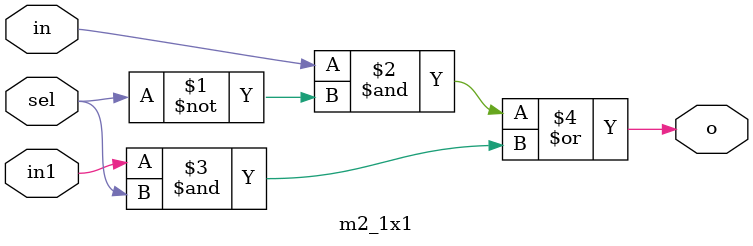
<source format=v>
`timescale 1ns / 1ps


module m2_1x1(
input in,
input in1,
input sel,
output o
 );
assign o = (in & ~sel) | (in1 & sel);

endmodule

</source>
